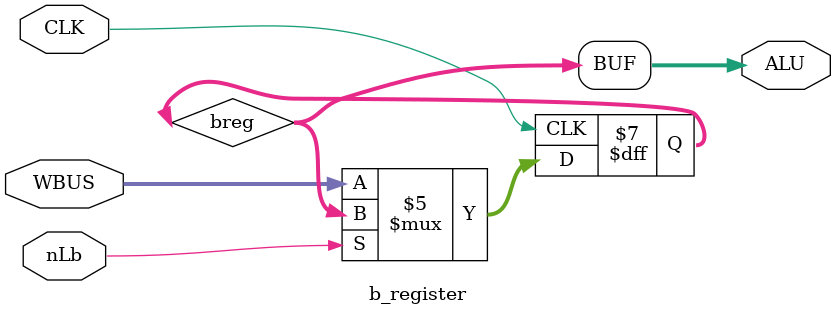
<source format=v>
/**
 * Register B
 *
 * Input :
 * CLK    = Clock
 * nLb    = Load to Register B. (0 = Load)
 * WBUS   = The data BUS 
 *
 * Output :
 * ALU    = Data to ALU
 */
module b_register(
					output [7:0] ALU,
					input        CLK,
					input        nLb,
					input  [7:0] WBUS );

	parameter Zero_State = 8'b0000_0000;

    reg [7:0] breg;
  
    initial begin
        breg <= Zero_State;
    end

    assign ALU  = breg;
  
    always @(posedge CLK) begin 
	
		if(!nLb) breg <= WBUS;   // Load Reg B from WBUS
		
		else     breg <= breg;   // Do Nothing
    end
endmodule

</source>
